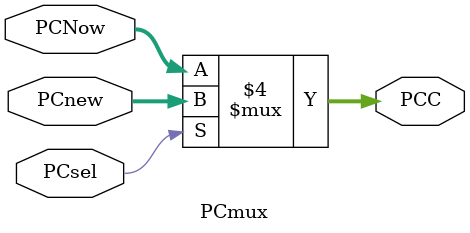
<source format=v>
`timescale 1ns / 1ps


module PCmux(PCNow, PCnew, PCsel, PCC);
input [31:0] PCNow, PCnew;
input PCsel;
output reg [31:0] PCC;
always@(*) begin
if(PCsel == 1'b1)
 PCC <= PCnew;
else
 PCC <= PCNow;
end
endmodule

</source>
